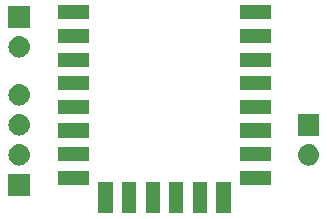
<source format=gbr>
G04 #@! TF.GenerationSoftware,KiCad,Pcbnew,(5.1.2)-2*
G04 #@! TF.CreationDate,2019-09-14T22:41:30+02:00*
G04 #@! TF.ProjectId,PlantWatering,506c616e-7457-4617-9465-72696e672e6b,rev?*
G04 #@! TF.SameCoordinates,Original*
G04 #@! TF.FileFunction,Soldermask,Bot*
G04 #@! TF.FilePolarity,Negative*
%FSLAX46Y46*%
G04 Gerber Fmt 4.6, Leading zero omitted, Abs format (unit mm)*
G04 Created by KiCad (PCBNEW (5.1.2)-2) date 2019-09-14 22:41:30*
%MOMM*%
%LPD*%
G04 APERTURE LIST*
%ADD10C,0.100000*%
G04 APERTURE END LIST*
D10*
G36*
X114816000Y-71992000D02*
G01*
X113614000Y-71992000D01*
X113614000Y-69390000D01*
X114816000Y-69390000D01*
X114816000Y-71992000D01*
X114816000Y-71992000D01*
G37*
G36*
X110816000Y-71992000D02*
G01*
X109614000Y-71992000D01*
X109614000Y-69390000D01*
X110816000Y-69390000D01*
X110816000Y-71992000D01*
X110816000Y-71992000D01*
G37*
G36*
X108816000Y-71992000D02*
G01*
X107614000Y-71992000D01*
X107614000Y-69390000D01*
X108816000Y-69390000D01*
X108816000Y-71992000D01*
X108816000Y-71992000D01*
G37*
G36*
X106816000Y-71992000D02*
G01*
X105614000Y-71992000D01*
X105614000Y-69390000D01*
X106816000Y-69390000D01*
X106816000Y-71992000D01*
X106816000Y-71992000D01*
G37*
G36*
X104816000Y-71992000D02*
G01*
X103614000Y-71992000D01*
X103614000Y-69390000D01*
X104816000Y-69390000D01*
X104816000Y-71992000D01*
X104816000Y-71992000D01*
G37*
G36*
X112816000Y-71992000D02*
G01*
X111614000Y-71992000D01*
X111614000Y-69390000D01*
X112816000Y-69390000D01*
X112816000Y-71992000D01*
X112816000Y-71992000D01*
G37*
G36*
X97802000Y-70497000D02*
G01*
X96000000Y-70497000D01*
X96000000Y-68695000D01*
X97802000Y-68695000D01*
X97802000Y-70497000D01*
X97802000Y-70497000D01*
G37*
G36*
X102806000Y-69592000D02*
G01*
X100204000Y-69592000D01*
X100204000Y-68390000D01*
X102806000Y-68390000D01*
X102806000Y-69592000D01*
X102806000Y-69592000D01*
G37*
G36*
X118206000Y-69592000D02*
G01*
X115604000Y-69592000D01*
X115604000Y-68390000D01*
X118206000Y-68390000D01*
X118206000Y-69592000D01*
X118206000Y-69592000D01*
G37*
G36*
X121522442Y-66161518D02*
G01*
X121588627Y-66168037D01*
X121758466Y-66219557D01*
X121914991Y-66303222D01*
X121950729Y-66332552D01*
X122052186Y-66415814D01*
X122135448Y-66517271D01*
X122164778Y-66553009D01*
X122248443Y-66709534D01*
X122299963Y-66879373D01*
X122317359Y-67056000D01*
X122299963Y-67232627D01*
X122248443Y-67402466D01*
X122164778Y-67558991D01*
X122137688Y-67592000D01*
X122052186Y-67696186D01*
X121950729Y-67779448D01*
X121914991Y-67808778D01*
X121758466Y-67892443D01*
X121588627Y-67943963D01*
X121522442Y-67950482D01*
X121456260Y-67957000D01*
X121367740Y-67957000D01*
X121301558Y-67950482D01*
X121235373Y-67943963D01*
X121065534Y-67892443D01*
X120909009Y-67808778D01*
X120873271Y-67779448D01*
X120771814Y-67696186D01*
X120686312Y-67592000D01*
X120659222Y-67558991D01*
X120575557Y-67402466D01*
X120524037Y-67232627D01*
X120506641Y-67056000D01*
X120524037Y-66879373D01*
X120575557Y-66709534D01*
X120659222Y-66553009D01*
X120688552Y-66517271D01*
X120771814Y-66415814D01*
X120873271Y-66332552D01*
X120909009Y-66303222D01*
X121065534Y-66219557D01*
X121235373Y-66168037D01*
X121301558Y-66161518D01*
X121367740Y-66155000D01*
X121456260Y-66155000D01*
X121522442Y-66161518D01*
X121522442Y-66161518D01*
G37*
G36*
X97011442Y-66161518D02*
G01*
X97077627Y-66168037D01*
X97247466Y-66219557D01*
X97403991Y-66303222D01*
X97439729Y-66332552D01*
X97541186Y-66415814D01*
X97624448Y-66517271D01*
X97653778Y-66553009D01*
X97737443Y-66709534D01*
X97788963Y-66879373D01*
X97806359Y-67056000D01*
X97788963Y-67232627D01*
X97737443Y-67402466D01*
X97653778Y-67558991D01*
X97626688Y-67592000D01*
X97541186Y-67696186D01*
X97439729Y-67779448D01*
X97403991Y-67808778D01*
X97247466Y-67892443D01*
X97077627Y-67943963D01*
X97011442Y-67950482D01*
X96945260Y-67957000D01*
X96856740Y-67957000D01*
X96790558Y-67950482D01*
X96724373Y-67943963D01*
X96554534Y-67892443D01*
X96398009Y-67808778D01*
X96362271Y-67779448D01*
X96260814Y-67696186D01*
X96175312Y-67592000D01*
X96148222Y-67558991D01*
X96064557Y-67402466D01*
X96013037Y-67232627D01*
X95995641Y-67056000D01*
X96013037Y-66879373D01*
X96064557Y-66709534D01*
X96148222Y-66553009D01*
X96177552Y-66517271D01*
X96260814Y-66415814D01*
X96362271Y-66332552D01*
X96398009Y-66303222D01*
X96554534Y-66219557D01*
X96724373Y-66168037D01*
X96790558Y-66161518D01*
X96856740Y-66155000D01*
X96945260Y-66155000D01*
X97011442Y-66161518D01*
X97011442Y-66161518D01*
G37*
G36*
X118206000Y-67592000D02*
G01*
X115604000Y-67592000D01*
X115604000Y-66390000D01*
X118206000Y-66390000D01*
X118206000Y-67592000D01*
X118206000Y-67592000D01*
G37*
G36*
X102806000Y-67592000D02*
G01*
X100204000Y-67592000D01*
X100204000Y-66390000D01*
X102806000Y-66390000D01*
X102806000Y-67592000D01*
X102806000Y-67592000D01*
G37*
G36*
X102806000Y-65592000D02*
G01*
X100204000Y-65592000D01*
X100204000Y-64390000D01*
X102806000Y-64390000D01*
X102806000Y-65592000D01*
X102806000Y-65592000D01*
G37*
G36*
X118206000Y-65592000D02*
G01*
X115604000Y-65592000D01*
X115604000Y-64390000D01*
X118206000Y-64390000D01*
X118206000Y-65592000D01*
X118206000Y-65592000D01*
G37*
G36*
X122313000Y-65417000D02*
G01*
X120511000Y-65417000D01*
X120511000Y-63615000D01*
X122313000Y-63615000D01*
X122313000Y-65417000D01*
X122313000Y-65417000D01*
G37*
G36*
X97011443Y-63621519D02*
G01*
X97077627Y-63628037D01*
X97247466Y-63679557D01*
X97403991Y-63763222D01*
X97439729Y-63792552D01*
X97541186Y-63875814D01*
X97624448Y-63977271D01*
X97653778Y-64013009D01*
X97737443Y-64169534D01*
X97788963Y-64339373D01*
X97806359Y-64516000D01*
X97788963Y-64692627D01*
X97737443Y-64862466D01*
X97653778Y-65018991D01*
X97624448Y-65054729D01*
X97541186Y-65156186D01*
X97439729Y-65239448D01*
X97403991Y-65268778D01*
X97247466Y-65352443D01*
X97077627Y-65403963D01*
X97011443Y-65410481D01*
X96945260Y-65417000D01*
X96856740Y-65417000D01*
X96790557Y-65410481D01*
X96724373Y-65403963D01*
X96554534Y-65352443D01*
X96398009Y-65268778D01*
X96362271Y-65239448D01*
X96260814Y-65156186D01*
X96177552Y-65054729D01*
X96148222Y-65018991D01*
X96064557Y-64862466D01*
X96013037Y-64692627D01*
X95995641Y-64516000D01*
X96013037Y-64339373D01*
X96064557Y-64169534D01*
X96148222Y-64013009D01*
X96177552Y-63977271D01*
X96260814Y-63875814D01*
X96362271Y-63792552D01*
X96398009Y-63763222D01*
X96554534Y-63679557D01*
X96724373Y-63628037D01*
X96790557Y-63621519D01*
X96856740Y-63615000D01*
X96945260Y-63615000D01*
X97011443Y-63621519D01*
X97011443Y-63621519D01*
G37*
G36*
X118206000Y-63592000D02*
G01*
X115604000Y-63592000D01*
X115604000Y-62390000D01*
X118206000Y-62390000D01*
X118206000Y-63592000D01*
X118206000Y-63592000D01*
G37*
G36*
X102806000Y-63592000D02*
G01*
X100204000Y-63592000D01*
X100204000Y-62390000D01*
X102806000Y-62390000D01*
X102806000Y-63592000D01*
X102806000Y-63592000D01*
G37*
G36*
X97011442Y-61081518D02*
G01*
X97077627Y-61088037D01*
X97247466Y-61139557D01*
X97403991Y-61223222D01*
X97439729Y-61252552D01*
X97541186Y-61335814D01*
X97624448Y-61437271D01*
X97653778Y-61473009D01*
X97737443Y-61629534D01*
X97788963Y-61799373D01*
X97806359Y-61976000D01*
X97788963Y-62152627D01*
X97737443Y-62322466D01*
X97653778Y-62478991D01*
X97624448Y-62514729D01*
X97541186Y-62616186D01*
X97439729Y-62699448D01*
X97403991Y-62728778D01*
X97247466Y-62812443D01*
X97077627Y-62863963D01*
X97011443Y-62870481D01*
X96945260Y-62877000D01*
X96856740Y-62877000D01*
X96790557Y-62870481D01*
X96724373Y-62863963D01*
X96554534Y-62812443D01*
X96398009Y-62728778D01*
X96362271Y-62699448D01*
X96260814Y-62616186D01*
X96177552Y-62514729D01*
X96148222Y-62478991D01*
X96064557Y-62322466D01*
X96013037Y-62152627D01*
X95995641Y-61976000D01*
X96013037Y-61799373D01*
X96064557Y-61629534D01*
X96148222Y-61473009D01*
X96177552Y-61437271D01*
X96260814Y-61335814D01*
X96362271Y-61252552D01*
X96398009Y-61223222D01*
X96554534Y-61139557D01*
X96724373Y-61088037D01*
X96790558Y-61081518D01*
X96856740Y-61075000D01*
X96945260Y-61075000D01*
X97011442Y-61081518D01*
X97011442Y-61081518D01*
G37*
G36*
X118206000Y-61592000D02*
G01*
X115604000Y-61592000D01*
X115604000Y-60390000D01*
X118206000Y-60390000D01*
X118206000Y-61592000D01*
X118206000Y-61592000D01*
G37*
G36*
X102806000Y-61592000D02*
G01*
X100204000Y-61592000D01*
X100204000Y-60390000D01*
X102806000Y-60390000D01*
X102806000Y-61592000D01*
X102806000Y-61592000D01*
G37*
G36*
X102806000Y-59592000D02*
G01*
X100204000Y-59592000D01*
X100204000Y-58390000D01*
X102806000Y-58390000D01*
X102806000Y-59592000D01*
X102806000Y-59592000D01*
G37*
G36*
X118206000Y-59592000D02*
G01*
X115604000Y-59592000D01*
X115604000Y-58390000D01*
X118206000Y-58390000D01*
X118206000Y-59592000D01*
X118206000Y-59592000D01*
G37*
G36*
X97011442Y-57017518D02*
G01*
X97077627Y-57024037D01*
X97247466Y-57075557D01*
X97403991Y-57159222D01*
X97439729Y-57188552D01*
X97541186Y-57271814D01*
X97624448Y-57373271D01*
X97653778Y-57409009D01*
X97737443Y-57565534D01*
X97788963Y-57735373D01*
X97806359Y-57912000D01*
X97788963Y-58088627D01*
X97737443Y-58258466D01*
X97653778Y-58414991D01*
X97624448Y-58450729D01*
X97541186Y-58552186D01*
X97439729Y-58635448D01*
X97403991Y-58664778D01*
X97247466Y-58748443D01*
X97077627Y-58799963D01*
X97011442Y-58806482D01*
X96945260Y-58813000D01*
X96856740Y-58813000D01*
X96790558Y-58806482D01*
X96724373Y-58799963D01*
X96554534Y-58748443D01*
X96398009Y-58664778D01*
X96362271Y-58635448D01*
X96260814Y-58552186D01*
X96177552Y-58450729D01*
X96148222Y-58414991D01*
X96064557Y-58258466D01*
X96013037Y-58088627D01*
X95995641Y-57912000D01*
X96013037Y-57735373D01*
X96064557Y-57565534D01*
X96148222Y-57409009D01*
X96177552Y-57373271D01*
X96260814Y-57271814D01*
X96362271Y-57188552D01*
X96398009Y-57159222D01*
X96554534Y-57075557D01*
X96724373Y-57024037D01*
X96790558Y-57017518D01*
X96856740Y-57011000D01*
X96945260Y-57011000D01*
X97011442Y-57017518D01*
X97011442Y-57017518D01*
G37*
G36*
X102806000Y-57592000D02*
G01*
X100204000Y-57592000D01*
X100204000Y-56390000D01*
X102806000Y-56390000D01*
X102806000Y-57592000D01*
X102806000Y-57592000D01*
G37*
G36*
X118206000Y-57592000D02*
G01*
X115604000Y-57592000D01*
X115604000Y-56390000D01*
X118206000Y-56390000D01*
X118206000Y-57592000D01*
X118206000Y-57592000D01*
G37*
G36*
X97802000Y-56273000D02*
G01*
X96000000Y-56273000D01*
X96000000Y-54471000D01*
X97802000Y-54471000D01*
X97802000Y-56273000D01*
X97802000Y-56273000D01*
G37*
G36*
X102806000Y-55592000D02*
G01*
X100204000Y-55592000D01*
X100204000Y-54390000D01*
X102806000Y-54390000D01*
X102806000Y-55592000D01*
X102806000Y-55592000D01*
G37*
G36*
X118206000Y-55592000D02*
G01*
X115604000Y-55592000D01*
X115604000Y-54390000D01*
X118206000Y-54390000D01*
X118206000Y-55592000D01*
X118206000Y-55592000D01*
G37*
M02*

</source>
